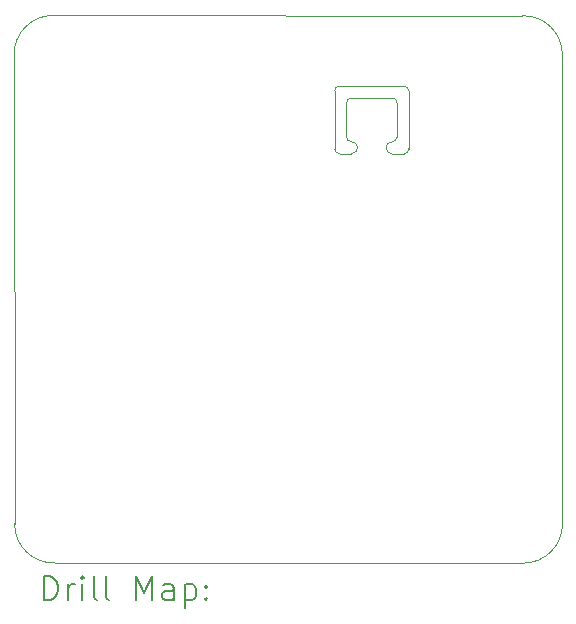
<source format=gbr>
%TF.GenerationSoftware,KiCad,Pcbnew,(6.0.9)*%
%TF.CreationDate,2022-12-23T18:09:11+01:00*%
%TF.ProjectId,Home Automation Coffee Machine PRO,486f6d65-2041-4757-946f-6d6174696f6e,5.3*%
%TF.SameCoordinates,Original*%
%TF.FileFunction,Drillmap*%
%TF.FilePolarity,Positive*%
%FSLAX45Y45*%
G04 Gerber Fmt 4.5, Leading zero omitted, Abs format (unit mm)*
G04 Created by KiCad (PCBNEW (6.0.9)) date 2022-12-23 18:09:11*
%MOMM*%
%LPD*%
G01*
G04 APERTURE LIST*
%ADD10C,0.100000*%
%ADD11C,0.050000*%
%ADD12C,0.200000*%
G04 APERTURE END LIST*
D10*
X14122000Y-8427000D02*
G75*
G03*
X14081000Y-8470049I-20J-41030D01*
G01*
X14079951Y-8756049D02*
X14081000Y-8470049D01*
X13981257Y-8858324D02*
G75*
G03*
X14024310Y-8899324I41053J4D01*
G01*
D11*
X15578336Y-12365903D02*
G75*
G03*
X15909336Y-12026800I4J331093D01*
G01*
X15909090Y-8062007D02*
G75*
G03*
X15569993Y-7731007I-331090J7D01*
G01*
D10*
X14610000Y-8370049D02*
G75*
G03*
X14566951Y-8329049I-41040J9D01*
G01*
X14122000Y-8427000D02*
X14466000Y-8428049D01*
X14509000Y-8755049D02*
X14509049Y-8469049D01*
X14568000Y-8900097D02*
X14468000Y-8900097D01*
X14468000Y-8798098D02*
G75*
G03*
X14509000Y-8755049I-20J41068D01*
G01*
X14609000Y-8857049D02*
X14610000Y-8370049D01*
X14123000Y-8899049D02*
X14024310Y-8899324D01*
X13980725Y-8369358D02*
X13981261Y-8858324D01*
D11*
X11597268Y-7728253D02*
X15569993Y-7731007D01*
X11270451Y-12033142D02*
G75*
G03*
X11609543Y-12364142I331089J-8D01*
G01*
D10*
X14566951Y-8329049D02*
X14021724Y-8326310D01*
X14123000Y-8899051D02*
G75*
G03*
X14123000Y-8797049I0J51001D01*
G01*
D11*
X11597268Y-7728252D02*
G75*
G03*
X11266268Y-8067349I2J-331098D01*
G01*
D10*
X14079952Y-8756049D02*
G75*
G03*
X14123000Y-8797049I41048J-1D01*
G01*
X14509050Y-8469049D02*
G75*
G03*
X14466000Y-8428049I-41050J-1D01*
G01*
X14468000Y-8798103D02*
G75*
G03*
X14468000Y-8900097I10J-50997D01*
G01*
D11*
X15909090Y-8062007D02*
X15909336Y-12026800D01*
D10*
X14021724Y-8326306D02*
G75*
G03*
X13980725Y-8369358I16J-41064D01*
G01*
D11*
X15578336Y-12365896D02*
X11609543Y-12364142D01*
X11270446Y-12033142D02*
X11266268Y-8067349D01*
D10*
X14568000Y-8900088D02*
G75*
G03*
X14609000Y-8857049I-10J41058D01*
G01*
D12*
X11521291Y-12678872D02*
X11521291Y-12478872D01*
X11568910Y-12478872D01*
X11597481Y-12488396D01*
X11616529Y-12507444D01*
X11626052Y-12526491D01*
X11635576Y-12564587D01*
X11635576Y-12593158D01*
X11626052Y-12631253D01*
X11616529Y-12650301D01*
X11597481Y-12669349D01*
X11568910Y-12678872D01*
X11521291Y-12678872D01*
X11721291Y-12678872D02*
X11721291Y-12545539D01*
X11721291Y-12583634D02*
X11730814Y-12564587D01*
X11740338Y-12555063D01*
X11759386Y-12545539D01*
X11778433Y-12545539D01*
X11845100Y-12678872D02*
X11845100Y-12545539D01*
X11845100Y-12478872D02*
X11835576Y-12488396D01*
X11845100Y-12497920D01*
X11854624Y-12488396D01*
X11845100Y-12478872D01*
X11845100Y-12497920D01*
X11968910Y-12678872D02*
X11949862Y-12669349D01*
X11940338Y-12650301D01*
X11940338Y-12478872D01*
X12073672Y-12678872D02*
X12054624Y-12669349D01*
X12045100Y-12650301D01*
X12045100Y-12478872D01*
X12302243Y-12678872D02*
X12302243Y-12478872D01*
X12368910Y-12621730D01*
X12435576Y-12478872D01*
X12435576Y-12678872D01*
X12616529Y-12678872D02*
X12616529Y-12574110D01*
X12607005Y-12555063D01*
X12587957Y-12545539D01*
X12549862Y-12545539D01*
X12530814Y-12555063D01*
X12616529Y-12669349D02*
X12597481Y-12678872D01*
X12549862Y-12678872D01*
X12530814Y-12669349D01*
X12521291Y-12650301D01*
X12521291Y-12631253D01*
X12530814Y-12612206D01*
X12549862Y-12602682D01*
X12597481Y-12602682D01*
X12616529Y-12593158D01*
X12711767Y-12545539D02*
X12711767Y-12745539D01*
X12711767Y-12555063D02*
X12730814Y-12545539D01*
X12768910Y-12545539D01*
X12787957Y-12555063D01*
X12797481Y-12564587D01*
X12807005Y-12583634D01*
X12807005Y-12640777D01*
X12797481Y-12659825D01*
X12787957Y-12669349D01*
X12768910Y-12678872D01*
X12730814Y-12678872D01*
X12711767Y-12669349D01*
X12892719Y-12659825D02*
X12902243Y-12669349D01*
X12892719Y-12678872D01*
X12883195Y-12669349D01*
X12892719Y-12659825D01*
X12892719Y-12678872D01*
X12892719Y-12555063D02*
X12902243Y-12564587D01*
X12892719Y-12574110D01*
X12883195Y-12564587D01*
X12892719Y-12555063D01*
X12892719Y-12574110D01*
M02*

</source>
